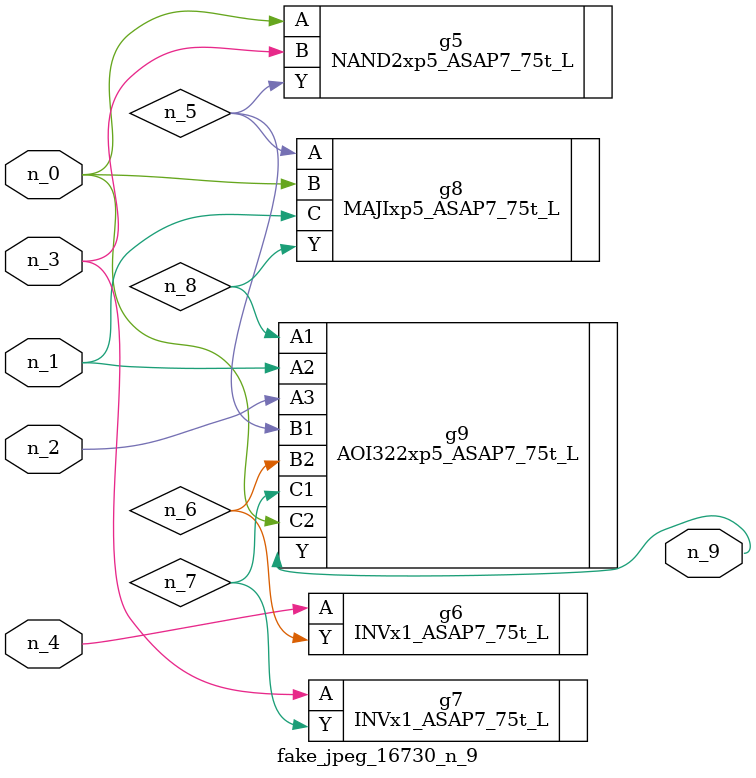
<source format=v>
module fake_jpeg_16730_n_9 (n_3, n_2, n_1, n_0, n_4, n_9);

input n_3;
input n_2;
input n_1;
input n_0;
input n_4;

output n_9;

wire n_8;
wire n_6;
wire n_5;
wire n_7;

NAND2xp5_ASAP7_75t_L g5 ( 
.A(n_0),
.B(n_3),
.Y(n_5)
);

INVx1_ASAP7_75t_L g6 ( 
.A(n_4),
.Y(n_6)
);

INVx1_ASAP7_75t_L g7 ( 
.A(n_3),
.Y(n_7)
);

MAJIxp5_ASAP7_75t_L g8 ( 
.A(n_5),
.B(n_0),
.C(n_1),
.Y(n_8)
);

AOI322xp5_ASAP7_75t_L g9 ( 
.A1(n_8),
.A2(n_1),
.A3(n_2),
.B1(n_5),
.B2(n_6),
.C1(n_7),
.C2(n_0),
.Y(n_9)
);


endmodule
</source>
